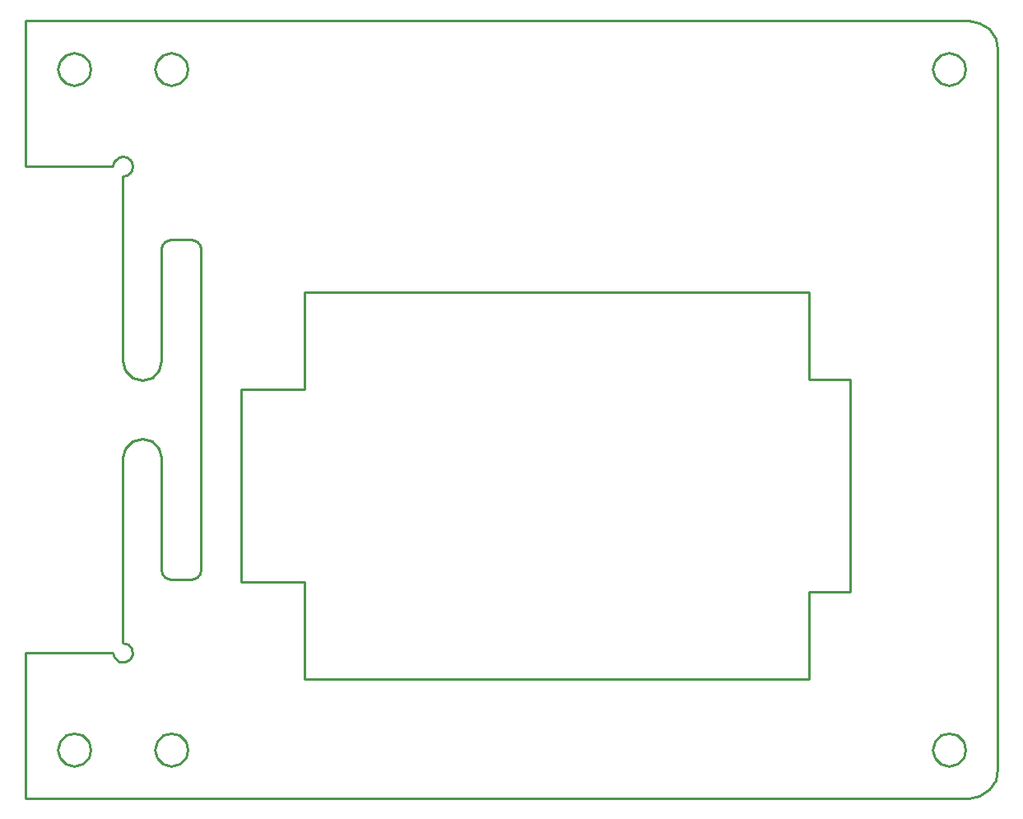
<source format=gbr>
G04 EAGLE Gerber RS-274X export*
G75*
%MOMM*%
%FSLAX34Y34*%
%LPD*%
%IN*%
%IPPOS*%
%AMOC8*
5,1,8,0,0,1.08239X$1,22.5*%
G01*
%ADD10C,0.254000*%


D10*
X172798Y182083D02*
X1142798Y182083D01*
X1154279Y184367D01*
X1164011Y190870D01*
X1170514Y200603D01*
X1172798Y212083D01*
X1172800Y952083D01*
X1170516Y963564D01*
X1164013Y973296D01*
X1154281Y979799D01*
X1142800Y982083D01*
X172798Y982083D01*
X172798Y832083D01*
X262798Y832083D01*
X263584Y835975D01*
X265727Y839154D01*
X268906Y841297D01*
X272798Y842083D01*
X276691Y841297D01*
X279869Y839154D01*
X282012Y835975D01*
X282798Y832083D01*
X282012Y828190D01*
X279869Y825012D01*
X276690Y822869D01*
X272798Y822083D01*
X272798Y632083D01*
X275478Y622083D01*
X282798Y614763D01*
X292798Y612083D01*
X302798Y614763D01*
X310119Y622083D01*
X312798Y632083D01*
X312798Y747083D01*
X313584Y750975D01*
X315727Y754154D01*
X318906Y756297D01*
X322798Y757083D01*
X342798Y757083D01*
X346690Y756297D01*
X349869Y754154D01*
X352012Y750975D01*
X352798Y747083D01*
X352798Y417083D01*
X352012Y413191D01*
X349869Y410012D01*
X346690Y407869D01*
X342798Y407083D01*
X322798Y407083D01*
X318906Y407869D01*
X315727Y410012D01*
X313584Y413191D01*
X312798Y417083D01*
X312798Y532083D01*
X310119Y542083D01*
X302798Y549404D01*
X292798Y552083D01*
X282798Y549404D01*
X275478Y542083D01*
X272798Y532083D01*
X272798Y342083D01*
X278354Y340398D01*
X282037Y335910D01*
X282606Y330132D01*
X279869Y325012D01*
X274749Y322275D01*
X268971Y322844D01*
X264483Y326527D01*
X262798Y332083D01*
X172798Y332083D01*
X172798Y182083D01*
X394482Y404445D02*
X459482Y404445D01*
X459482Y304445D01*
X978482Y304445D01*
X978482Y394445D01*
X1021482Y394445D01*
X1021482Y612445D01*
X978482Y612445D01*
X978482Y702445D01*
X459482Y702445D01*
X459482Y602445D01*
X394482Y602445D01*
X394482Y404445D01*
X205798Y232083D02*
X208076Y223583D01*
X214298Y217361D01*
X222798Y215083D01*
X231298Y217361D01*
X237520Y223583D01*
X239798Y232083D01*
X237520Y240583D01*
X231298Y246805D01*
X222798Y249083D01*
X214298Y246805D01*
X208076Y240583D01*
X205798Y232083D01*
X305798Y232083D02*
X308076Y223583D01*
X314298Y217361D01*
X322798Y215083D01*
X331298Y217361D01*
X337520Y223583D01*
X339798Y232083D01*
X337520Y240583D01*
X331298Y246805D01*
X322798Y249083D01*
X314298Y246805D01*
X308076Y240583D01*
X305798Y232083D01*
X305798Y932083D02*
X308076Y923583D01*
X314298Y917361D01*
X322798Y915083D01*
X331298Y917361D01*
X337520Y923583D01*
X339798Y932083D01*
X337520Y940583D01*
X331298Y946805D01*
X322798Y949083D01*
X314298Y946805D01*
X308076Y940583D01*
X305798Y932083D01*
X1105800Y232083D02*
X1108078Y223583D01*
X1114300Y217361D01*
X1122800Y215083D01*
X1131300Y217361D01*
X1137522Y223583D01*
X1139800Y232083D01*
X1137522Y240583D01*
X1131300Y246805D01*
X1122800Y249083D01*
X1114300Y246805D01*
X1108078Y240583D01*
X1105800Y232083D01*
X205798Y932083D02*
X208076Y923583D01*
X214298Y917361D01*
X222798Y915083D01*
X231298Y917361D01*
X237520Y923583D01*
X239798Y932083D01*
X237520Y940583D01*
X231298Y946805D01*
X222798Y949083D01*
X214298Y946805D01*
X208076Y940583D01*
X205798Y932083D01*
X1105800Y932083D02*
X1108078Y923583D01*
X1114300Y917361D01*
X1122800Y915083D01*
X1131300Y917361D01*
X1137522Y923583D01*
X1139800Y932083D01*
X1137522Y940583D01*
X1131300Y946805D01*
X1122800Y949083D01*
X1114300Y946805D01*
X1108078Y940583D01*
X1105800Y932083D01*
M02*

</source>
